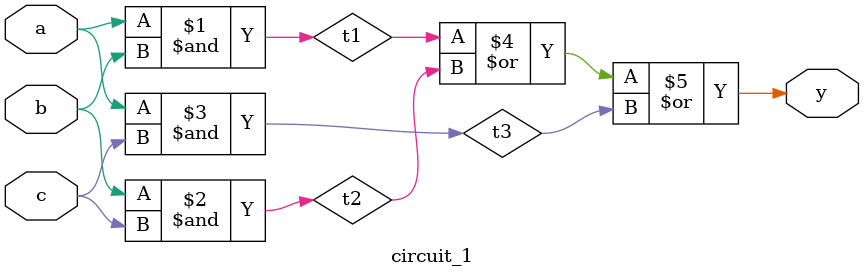
<source format=v>
`timescale 1ns / 1ps

module circuit_1(
  a,
  b,
  c,
  y
);
  input a;
  input b;
  input c;
  output y;
  wire a;
  wire b;
  wire c;
  // Internal wire
  wire t1;
  wire t2;
  wire t3;
  // mo ta
  assign t1 = a & b;
  assign t2 = b & c;
  assign t3 = a & c;
  assign y = (t1 | t2) | t3;
  endmodule
</source>
